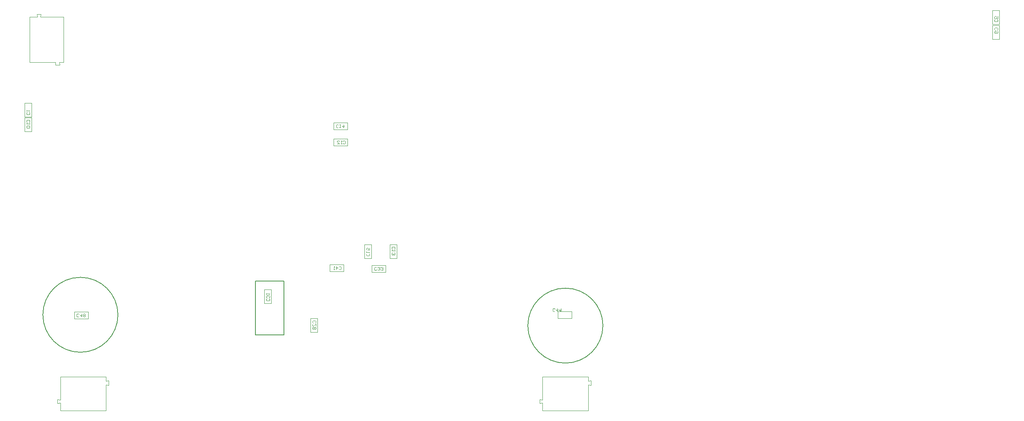
<source format=gbr>
%TF.GenerationSoftware,Altium Limited,Altium Designer,24.3.1 (35)*%
G04 Layer_Color=8388736*
%FSLAX45Y45*%
%MOMM*%
%TF.SameCoordinates,844131A9-2E1B-4A61-BE1F-69DE975881E6*%
%TF.FilePolarity,Positive*%
%TF.FileFunction,Other,Top_3D_Body*%
%TF.Part,Single*%
G01*
G75*
%TA.AperFunction,NonConductor*%
%ADD63C,0.20000*%
%ADD95C,0.15000*%
%ADD96C,0.10000*%
D63*
X5288200Y1998300D02*
X5913200D01*
Y3183300D01*
X5288200D02*
X5913200D01*
X5288200Y1998300D02*
Y3183300D01*
D95*
X12925000Y2200000D02*
G03*
X12925000Y2200000I-825000J0D01*
G01*
X2266800Y2438400D02*
G03*
X2266800Y2438400I-825000J0D01*
G01*
D96*
X7315200Y6159500D02*
Y6311900D01*
X7010400Y6159500D02*
Y6311900D01*
X7315200D01*
X7010400Y6159500D02*
X7315200D01*
X7010400Y6667500D02*
X7315200D01*
X7010400Y6515100D02*
X7315200D01*
Y6667500D01*
X7010400Y6515100D02*
Y6667500D01*
X7683500Y3683000D02*
X7835900D01*
X7683500Y3987800D02*
X7835900D01*
Y3683000D02*
Y3987800D01*
X7683500Y3683000D02*
Y3987800D01*
X7848600Y3530600D02*
X8153400D01*
X7848600Y3378200D02*
X8153400D01*
Y3530600D01*
X7848600Y3378200D02*
Y3530600D01*
X8242300Y3987800D02*
X8394700D01*
X8242300Y3683000D02*
X8394700D01*
X8242300D02*
Y3987800D01*
X8394700Y3683000D02*
Y3987800D01*
X6921500Y3390900D02*
X7226300D01*
X6921500Y3543300D02*
X7226300D01*
X6921500Y3390900D02*
Y3543300D01*
X7226300Y3390900D02*
Y3543300D01*
X5486400Y2692400D02*
Y2997200D01*
X5638800Y2692400D02*
Y2997200D01*
X5486400D02*
X5638800D01*
X5486400Y2692400D02*
X5638800D01*
X6654800Y2057400D02*
Y2362200D01*
X6502400Y2057400D02*
Y2362200D01*
Y2057400D02*
X6654800D01*
X6502400Y2362200D02*
X6654800D01*
X368300Y6477000D02*
Y6781800D01*
X215900Y6477000D02*
Y6781800D01*
Y6477000D02*
X368300D01*
X215900Y6781800D02*
X368300D01*
X215900Y6794500D02*
Y7099300D01*
X368300Y6794500D02*
Y7099300D01*
X215900D02*
X368300D01*
X215900Y6794500D02*
X368300D01*
X11938000Y2514600D02*
X12242800D01*
X11938000Y2362200D02*
X12242800D01*
Y2514600D01*
X11938000Y2362200D02*
Y2514600D01*
X1308100Y2501900D02*
X1612900D01*
X1308100Y2349500D02*
X1612900D01*
Y2501900D01*
X1308100Y2349500D02*
Y2501900D01*
X21640800Y8509000D02*
Y8813800D01*
X21488400Y8509000D02*
Y8813800D01*
Y8509000D02*
X21640800D01*
X21488400Y8813800D02*
X21640800D01*
X21488400Y8839200D02*
Y9144000D01*
X21640800Y8839200D02*
Y9144000D01*
X21488400D02*
X21640800D01*
X21488400Y8839200D02*
X21640800D01*
X324991Y7999981D02*
X894991D01*
X979991D02*
X1074991D01*
X889991Y7939981D02*
X894991Y7999981D01*
X979991D02*
X984991Y7939981D01*
X889991D02*
X984991D01*
X564993Y8999987D02*
X1074991D01*
Y7999981D02*
Y8999987D01*
X324993D02*
X494993D01*
X487493Y9059987D02*
X494993Y8999987D01*
X564993D02*
X572493Y9059987D01*
X487493D02*
X572493D01*
X324991Y7999981D02*
X324993Y8999987D01*
X11600013Y324993D02*
X12600019Y324991D01*
X11540013Y487493D02*
Y572493D01*
X11600013Y564993D01*
X11540013Y487493D02*
X11600013Y494993D01*
Y324993D02*
Y494993D01*
Y1074991D02*
X12600019D01*
X11600013Y564993D02*
Y1074991D01*
X12660019Y889991D02*
Y984991D01*
X12600019Y979991D02*
X12660019Y984991D01*
X12600019Y894991D02*
X12660019Y889991D01*
X12600019Y979991D02*
Y1074991D01*
Y324991D02*
Y894991D01*
X1000013Y324993D02*
X2000019Y324991D01*
X940013Y487493D02*
Y572493D01*
X1000013Y564993D01*
X940013Y487493D02*
X1000013Y494993D01*
Y324993D02*
Y494993D01*
Y1074991D02*
X2000019D01*
X1000013Y564993D02*
Y1074991D01*
X2060019Y889991D02*
Y984991D01*
X2000019Y979991D02*
X2060019Y984991D01*
X2000019Y894991D02*
X2060019Y889991D01*
X2000019Y979991D02*
Y1074991D01*
Y324991D02*
Y894991D01*
X7213648Y6259015D02*
X7225311Y6270678D01*
X7248637D01*
X7260300Y6259015D01*
Y6212363D01*
X7248637Y6200700D01*
X7225311D01*
X7213648Y6212363D01*
X7190322Y6200700D02*
X7166997D01*
X7178660D01*
Y6270678D01*
X7190322Y6259015D01*
X7085356Y6200700D02*
X7132008D01*
X7085356Y6247352D01*
Y6259015D01*
X7097019Y6270678D01*
X7120345D01*
X7132008Y6259015D01*
X7111952Y6567985D02*
X7100289Y6556322D01*
X7076963D01*
X7065300Y6567985D01*
Y6614637D01*
X7076963Y6626300D01*
X7100289D01*
X7111952Y6614637D01*
X7135278Y6626300D02*
X7158603D01*
X7146940D01*
Y6556322D01*
X7135278Y6567985D01*
X7228581Y6626300D02*
Y6556322D01*
X7193592Y6591311D01*
X7240244D01*
X7783015Y3784552D02*
X7794678Y3772889D01*
Y3749563D01*
X7783015Y3737900D01*
X7736363D01*
X7724700Y3749563D01*
Y3772889D01*
X7736363Y3784552D01*
X7724700Y3807878D02*
Y3831203D01*
Y3819540D01*
X7794678D01*
X7783015Y3807878D01*
X7794678Y3912844D02*
Y3866192D01*
X7759689D01*
X7771352Y3889518D01*
Y3901181D01*
X7759689Y3912844D01*
X7736363D01*
X7724700Y3901181D01*
Y3877855D01*
X7736363Y3866192D01*
X7950152Y3431085D02*
X7938489Y3419422D01*
X7915163D01*
X7903500Y3431085D01*
Y3477737D01*
X7915163Y3489400D01*
X7938489D01*
X7950152Y3477737D01*
X7973478Y3431085D02*
X7985140Y3419422D01*
X8008466D01*
X8020129Y3431085D01*
Y3442748D01*
X8008466Y3454411D01*
X7996803D01*
X8008466D01*
X8020129Y3466074D01*
Y3477737D01*
X8008466Y3489400D01*
X7985140D01*
X7973478Y3477737D01*
X8043455Y3431085D02*
X8055118Y3419422D01*
X8078444D01*
X8090107Y3431085D01*
Y3442748D01*
X8078444Y3454411D01*
X8066781D01*
X8078444D01*
X8090107Y3466074D01*
Y3477737D01*
X8078444Y3489400D01*
X8055118D01*
X8043455Y3477737D01*
X8295185Y3886248D02*
X8283522Y3897911D01*
Y3921237D01*
X8295185Y3932900D01*
X8341837D01*
X8353500Y3921237D01*
Y3897911D01*
X8341837Y3886248D01*
X8353500Y3862922D02*
Y3839597D01*
Y3851260D01*
X8283522D01*
X8295185Y3862922D01*
Y3804608D02*
X8283522Y3792945D01*
Y3769619D01*
X8295185Y3757956D01*
X8306848D01*
X8318511Y3769619D01*
Y3781282D01*
Y3769619D01*
X8330174Y3757956D01*
X8341837D01*
X8353500Y3769619D01*
Y3792945D01*
X8341837Y3804608D01*
X7124748Y3490415D02*
X7136411Y3502078D01*
X7159737D01*
X7171400Y3490415D01*
Y3443763D01*
X7159737Y3432100D01*
X7136411D01*
X7124748Y3443763D01*
X7066434Y3432100D02*
Y3502078D01*
X7101422Y3467089D01*
X7054771D01*
X7031445Y3432100D02*
X7008119D01*
X7019782D01*
Y3502078D01*
X7031445Y3490415D01*
X5585915Y2793952D02*
X5597578Y2782289D01*
Y2758963D01*
X5585915Y2747300D01*
X5539263D01*
X5527600Y2758963D01*
Y2782289D01*
X5539263Y2793952D01*
X5585915Y2817278D02*
X5597578Y2828940D01*
Y2852266D01*
X5585915Y2863929D01*
X5574252D01*
X5562589Y2852266D01*
Y2840603D01*
Y2852266D01*
X5550926Y2863929D01*
X5539263D01*
X5527600Y2852266D01*
Y2828940D01*
X5539263Y2817278D01*
X5527600Y2887255D02*
Y2910581D01*
Y2898918D01*
X5597578D01*
X5585915Y2887255D01*
X6555285Y2260648D02*
X6543622Y2272311D01*
Y2295637D01*
X6555285Y2307300D01*
X6601937D01*
X6613600Y2295637D01*
Y2272311D01*
X6601937Y2260648D01*
X6613600Y2190671D02*
Y2237322D01*
X6566948Y2190671D01*
X6555285D01*
X6543622Y2202334D01*
Y2225660D01*
X6555285Y2237322D01*
Y2167345D02*
X6543622Y2155682D01*
Y2132356D01*
X6555285Y2120693D01*
X6566948D01*
X6578611Y2132356D01*
X6590274Y2120693D01*
X6601937D01*
X6613600Y2132356D01*
Y2155682D01*
X6601937Y2167345D01*
X6590274D01*
X6578611Y2155682D01*
X6566948Y2167345D01*
X6555285D01*
X6578611Y2155682D02*
Y2132356D01*
X268785Y6680248D02*
X257122Y6691911D01*
Y6715237D01*
X268785Y6726900D01*
X315437D01*
X327100Y6715237D01*
Y6691911D01*
X315437Y6680248D01*
X327100Y6656922D02*
Y6633597D01*
Y6645260D01*
X257122D01*
X268785Y6656922D01*
Y6598608D02*
X257122Y6586945D01*
Y6563619D01*
X268785Y6551956D01*
X315437D01*
X327100Y6563619D01*
Y6586945D01*
X315437Y6598608D01*
X268785D01*
X315415Y6896052D02*
X327078Y6884389D01*
Y6861063D01*
X315415Y6849400D01*
X268763D01*
X257100Y6861063D01*
Y6884389D01*
X268763Y6896052D01*
X257100Y6919378D02*
Y6942703D01*
Y6931040D01*
X327078D01*
X315415Y6919378D01*
X11870352Y2519785D02*
X11858689Y2508122D01*
X11835363D01*
X11823700Y2519785D01*
Y2566437D01*
X11835363Y2578100D01*
X11858689D01*
X11870352Y2566437D01*
X11928666Y2578100D02*
Y2508122D01*
X11893678Y2543111D01*
X11940329D01*
X11998644Y2578100D02*
Y2508122D01*
X11963655Y2543111D01*
X12010307D01*
X1409652Y2402385D02*
X1397989Y2390722D01*
X1374663D01*
X1363000Y2402385D01*
Y2449037D01*
X1374663Y2460700D01*
X1397989D01*
X1409652Y2449037D01*
X1467966Y2460700D02*
Y2390722D01*
X1432978Y2425711D01*
X1479629D01*
X1502955Y2402385D02*
X1514618Y2390722D01*
X1537944D01*
X1549607Y2402385D01*
Y2414048D01*
X1537944Y2425711D01*
X1549607Y2437374D01*
Y2449037D01*
X1537944Y2460700D01*
X1514618D01*
X1502955Y2449037D01*
Y2437374D01*
X1514618Y2425711D01*
X1502955Y2414048D01*
Y2402385D01*
X1514618Y2425711D02*
X1537944D01*
X21541286Y8712248D02*
X21529622Y8723911D01*
Y8747237D01*
X21541286Y8758900D01*
X21587936D01*
X21599600Y8747237D01*
Y8723911D01*
X21587936Y8712248D01*
Y8688922D02*
X21599600Y8677260D01*
Y8653934D01*
X21587936Y8642271D01*
X21541286D01*
X21529622Y8653934D01*
Y8677260D01*
X21541286Y8688922D01*
X21552948D01*
X21564610Y8677260D01*
Y8642271D01*
X21587915Y8940752D02*
X21599577Y8929089D01*
Y8905763D01*
X21587915Y8894100D01*
X21541263D01*
X21529601Y8905763D01*
Y8929089D01*
X21541263Y8940752D01*
X21599577Y9010729D02*
Y8964078D01*
X21564589D01*
X21576253Y8987403D01*
Y8999066D01*
X21564589Y9010729D01*
X21541263D01*
X21529601Y8999066D01*
Y8975740D01*
X21541263Y8964078D01*
%TF.MD5,04e82e195376d0c8f66b2af7adbf7b17*%
M02*

</source>
